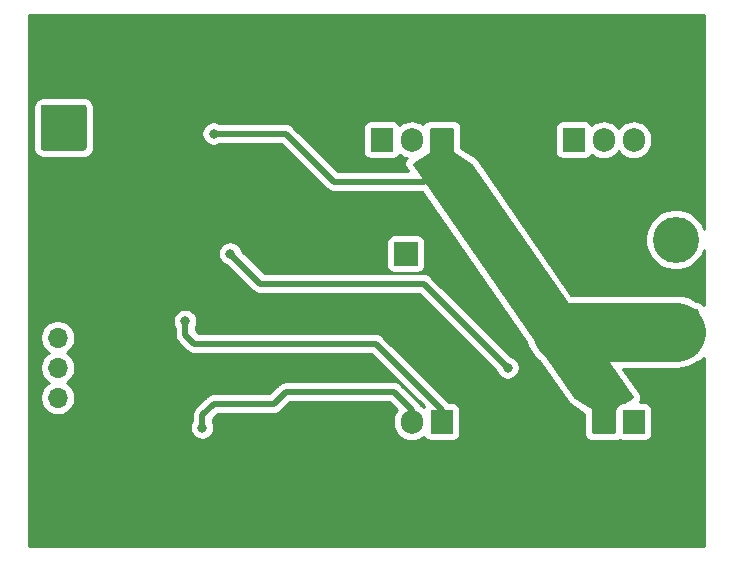
<source format=gbr>
%TF.GenerationSoftware,KiCad,Pcbnew,(5.1.7)-1*%
%TF.CreationDate,2020-11-11T23:56:32-08:00*%
%TF.ProjectId,H-Bridge,482d4272-6964-4676-952e-6b696361645f,rev?*%
%TF.SameCoordinates,PXac78580PY6fe96a0*%
%TF.FileFunction,Copper,L2,Bot*%
%TF.FilePolarity,Positive*%
%FSLAX46Y46*%
G04 Gerber Fmt 4.6, Leading zero omitted, Abs format (unit mm)*
G04 Created by KiCad (PCBNEW (5.1.7)-1) date 2020-11-11 23:56:32*
%MOMM*%
%LPD*%
G01*
G04 APERTURE LIST*
%TA.AperFunction,ComponentPad*%
%ADD10O,1.700000X1.700000*%
%TD*%
%TA.AperFunction,ComponentPad*%
%ADD11R,1.700000X1.700000*%
%TD*%
%TA.AperFunction,ComponentPad*%
%ADD12O,1.905000X2.000000*%
%TD*%
%TA.AperFunction,ComponentPad*%
%ADD13R,1.905000X2.000000*%
%TD*%
%TA.AperFunction,ComponentPad*%
%ADD14C,3.900000*%
%TD*%
%TA.AperFunction,ComponentPad*%
%ADD15C,2.000000*%
%TD*%
%TA.AperFunction,ComponentPad*%
%ADD16R,2.000000X2.000000*%
%TD*%
%TA.AperFunction,ViaPad*%
%ADD17C,0.800000*%
%TD*%
%TA.AperFunction,Conductor*%
%ADD18C,0.500000*%
%TD*%
%TA.AperFunction,Conductor*%
%ADD19C,5.000000*%
%TD*%
%TA.AperFunction,Conductor*%
%ADD20C,0.254000*%
%TD*%
%TA.AperFunction,Conductor*%
%ADD21C,0.100000*%
%TD*%
G04 APERTURE END LIST*
D10*
%TO.P,J1,4*%
%TO.N,+12V*%
X2540000Y12700000D03*
%TO.P,J1,3*%
%TO.N,SIG_A*%
X2540000Y15240000D03*
%TO.P,J1,2*%
%TO.N,SIG_B*%
X2540000Y17780000D03*
D11*
%TO.P,J1,1*%
%TO.N,GND*%
X2540000Y20320000D03*
%TD*%
D12*
%TO.P,Q4,3*%
%TO.N,GND*%
X29972000Y10668000D03*
%TO.P,Q4,2*%
%TO.N,OUT_B*%
X32512000Y10668000D03*
D13*
%TO.P,Q4,1*%
%TO.N,Net-(Q4-Pad1)*%
X35052000Y10668000D03*
%TD*%
D12*
%TO.P,Q3,3*%
%TO.N,OUT_B*%
X51308000Y34544000D03*
%TO.P,Q3,2*%
%TO.N,+12V*%
X48768000Y34544000D03*
D13*
%TO.P,Q3,1*%
%TO.N,Net-(Q3-Pad1)*%
X46228000Y34544000D03*
%TD*%
D12*
%TO.P,Q2,3*%
%TO.N,GND*%
X46228000Y10668000D03*
%TO.P,Q2,2*%
%TO.N,OUT_A*%
X48768000Y10668000D03*
D13*
%TO.P,Q2,1*%
%TO.N,Net-(Q2-Pad1)*%
X51308000Y10668000D03*
%TD*%
D12*
%TO.P,Q1,3*%
%TO.N,OUT_A*%
X35052000Y34544000D03*
%TO.P,Q1,2*%
%TO.N,+12V*%
X32512000Y34544000D03*
D13*
%TO.P,Q1,1*%
%TO.N,Net-(Q1-Pad1)*%
X29972000Y34544000D03*
%TD*%
D14*
%TO.P,J3,2*%
%TO.N,OUT_B*%
X54864000Y26088000D03*
%TO.P,J3,1*%
%TO.N,OUT_A*%
%TA.AperFunction,ComponentPad*%
G36*
G01*
X56563999Y16338000D02*
X53164001Y16338000D01*
G75*
G02*
X52914000Y16588001I0J250001D01*
G01*
X52914000Y19987999D01*
G75*
G02*
X53164001Y20238000I250001J0D01*
G01*
X56563999Y20238000D01*
G75*
G02*
X56814000Y19987999I0J-250001D01*
G01*
X56814000Y16588001D01*
G75*
G02*
X56563999Y16338000I-250001J0D01*
G01*
G37*
%TD.AperFunction*%
%TD*%
%TO.P,J2,2*%
%TO.N,GND*%
X3048000Y27760000D03*
%TO.P,J2,1*%
%TO.N,+12V*%
%TA.AperFunction,ComponentPad*%
G36*
G01*
X1348001Y37510000D02*
X4747999Y37510000D01*
G75*
G02*
X4998000Y37259999I0J-250001D01*
G01*
X4998000Y33860001D01*
G75*
G02*
X4747999Y33610000I-250001J0D01*
G01*
X1348001Y33610000D01*
G75*
G02*
X1098000Y33860001I0J250001D01*
G01*
X1098000Y37259999D01*
G75*
G02*
X1348001Y37510000I250001J0D01*
G01*
G37*
%TD.AperFunction*%
%TD*%
D15*
%TO.P,C1,2*%
%TO.N,GND*%
X32004000Y19892000D03*
D16*
%TO.P,C1,1*%
%TO.N,+12V*%
X32004000Y24892000D03*
%TD*%
D17*
%TO.N,GND*%
X9144000Y18161000D03*
X21336000Y27051000D03*
X15875000Y25400000D03*
X14605000Y19685000D03*
X9652000Y32004000D03*
%TO.N,OUT_A*%
X15748000Y35052000D03*
X49276000Y20320000D03*
%TO.N,OUT_B*%
X14781000Y10160000D03*
%TO.N,Net-(Q2-Pad1)*%
X17145000Y24892000D03*
X40640000Y15240000D03*
%TO.N,Net-(Q4-Pad1)*%
X13335000Y19177000D03*
%TD*%
D18*
%TO.N,OUT_A*%
X15748000Y35052000D02*
X21844000Y35052000D01*
X21844000Y35052000D02*
X25908000Y30988000D01*
X25908000Y30988000D02*
X33528000Y30988000D01*
X35052000Y32512000D02*
X35052000Y34544000D01*
X33528000Y30988000D02*
X35052000Y32512000D01*
D19*
X54864000Y18288000D02*
X47244000Y18288000D01*
X47244000Y18288000D02*
X45212000Y18288000D01*
D18*
%TO.N,OUT_B*%
X14781000Y10160000D02*
X14781000Y11225000D01*
X14781000Y11225000D02*
X15748000Y12192000D01*
X15748000Y12192000D02*
X20828000Y12192000D01*
X20828000Y12192000D02*
X21844000Y13208000D01*
X21844000Y13208000D02*
X30988000Y13208000D01*
X32512000Y11684000D02*
X32512000Y10668000D01*
X30988000Y13208000D02*
X32512000Y11684000D01*
%TO.N,Net-(Q2-Pad1)*%
X19685000Y22352000D02*
X17145000Y24892000D01*
X33528000Y22352000D02*
X19685000Y22352000D01*
X40640000Y15240000D02*
X33528000Y22352000D01*
%TO.N,Net-(Q4-Pad1)*%
X13335000Y18034000D02*
X13335000Y19177000D01*
X29464000Y17272000D02*
X14097000Y17272000D01*
X14097000Y17272000D02*
X13335000Y18034000D01*
X35052000Y11684000D02*
X29464000Y17272000D01*
X35052000Y10668000D02*
X35052000Y11684000D01*
%TD*%
D20*
%TO.N,OUT_A*%
X35941000Y33528000D02*
X35943440Y33503224D01*
X35950667Y33479399D01*
X35962403Y33457443D01*
X35978197Y33438197D01*
X35997553Y33422330D01*
X37501381Y32419778D01*
X51130013Y12733977D01*
X50488156Y12306072D01*
X50355500Y12306072D01*
X50231018Y12293812D01*
X50111320Y12257502D01*
X50001006Y12198537D01*
X49904315Y12119185D01*
X49824963Y12022494D01*
X49765998Y11912180D01*
X49732709Y11802441D01*
X49713553Y11789670D01*
X49694291Y11773896D01*
X49678477Y11754668D01*
X49666718Y11732724D01*
X49659466Y11708907D01*
X49657000Y11684000D01*
X49657000Y9779000D01*
X47879000Y9779000D01*
X47879000Y11684000D01*
X47876560Y11708776D01*
X47869333Y11732601D01*
X47857597Y11754557D01*
X47841803Y11773803D01*
X47822447Y11789670D01*
X46318619Y12792222D01*
X32689987Y32478023D01*
X34106447Y33422330D01*
X34125709Y33438104D01*
X34141523Y33457332D01*
X34153282Y33479276D01*
X34160534Y33503093D01*
X34163000Y33528000D01*
X34163000Y35433000D01*
X35941000Y35433000D01*
X35941000Y33528000D01*
%TA.AperFunction,Conductor*%
D21*
G36*
X35941000Y33528000D02*
G01*
X35943440Y33503224D01*
X35950667Y33479399D01*
X35962403Y33457443D01*
X35978197Y33438197D01*
X35997553Y33422330D01*
X37501381Y32419778D01*
X51130013Y12733977D01*
X50488156Y12306072D01*
X50355500Y12306072D01*
X50231018Y12293812D01*
X50111320Y12257502D01*
X50001006Y12198537D01*
X49904315Y12119185D01*
X49824963Y12022494D01*
X49765998Y11912180D01*
X49732709Y11802441D01*
X49713553Y11789670D01*
X49694291Y11773896D01*
X49678477Y11754668D01*
X49666718Y11732724D01*
X49659466Y11708907D01*
X49657000Y11684000D01*
X49657000Y9779000D01*
X47879000Y9779000D01*
X47879000Y11684000D01*
X47876560Y11708776D01*
X47869333Y11732601D01*
X47857597Y11754557D01*
X47841803Y11773803D01*
X47822447Y11789670D01*
X46318619Y12792222D01*
X32689987Y32478023D01*
X34106447Y33422330D01*
X34125709Y33438104D01*
X34141523Y33457332D01*
X34153282Y33479276D01*
X34160534Y33503093D01*
X34163000Y33528000D01*
X34163000Y35433000D01*
X35941000Y35433000D01*
X35941000Y33528000D01*
G37*
%TD.AperFunction*%
%TD*%
D20*
%TO.N,GND*%
X57277000Y27017434D02*
X57154798Y27312457D01*
X56871901Y27735842D01*
X56511842Y28095901D01*
X56088457Y28378798D01*
X55618017Y28573660D01*
X55118600Y28673000D01*
X54609400Y28673000D01*
X54109983Y28573660D01*
X53639543Y28378798D01*
X53216158Y28095901D01*
X52856099Y27735842D01*
X52573202Y27312457D01*
X52378340Y26842017D01*
X52279000Y26342600D01*
X52279000Y25833400D01*
X52378340Y25333983D01*
X52573202Y24863543D01*
X52856099Y24440158D01*
X53216158Y24080099D01*
X53639543Y23797202D01*
X54109983Y23602340D01*
X54609400Y23503000D01*
X55118600Y23503000D01*
X55618017Y23602340D01*
X56088457Y23797202D01*
X56511842Y24080099D01*
X56871901Y24440158D01*
X57154798Y24863543D01*
X57277000Y25158566D01*
X57277000Y20512342D01*
X57191961Y20615961D01*
X57057386Y20726405D01*
X56903850Y20808471D01*
X56737253Y20859008D01*
X56664176Y20866205D01*
X56614140Y20907269D01*
X56069517Y21198376D01*
X55478567Y21377638D01*
X55018002Y21423000D01*
X46041325Y21423000D01*
X38114092Y32873448D01*
X38040543Y32961482D01*
X37944235Y33040352D01*
X36703000Y33867842D01*
X36703000Y35544000D01*
X44637428Y35544000D01*
X44637428Y33544000D01*
X44649688Y33419518D01*
X44685998Y33299820D01*
X44744963Y33189506D01*
X44824315Y33092815D01*
X44921006Y33013463D01*
X45031320Y32954498D01*
X45151018Y32918188D01*
X45275500Y32905928D01*
X47180500Y32905928D01*
X47304982Y32918188D01*
X47424680Y32954498D01*
X47534994Y33013463D01*
X47631685Y33092815D01*
X47711037Y33189506D01*
X47755905Y33273447D01*
X47881766Y33170155D01*
X48157552Y33022745D01*
X48456797Y32931970D01*
X48768000Y32901319D01*
X49079204Y32931970D01*
X49378449Y33022745D01*
X49654235Y33170155D01*
X49895963Y33368537D01*
X50038000Y33541609D01*
X50180037Y33368537D01*
X50421766Y33170155D01*
X50697552Y33022745D01*
X50996797Y32931970D01*
X51308000Y32901319D01*
X51619204Y32931970D01*
X51918449Y33022745D01*
X52194235Y33170155D01*
X52435963Y33368537D01*
X52634345Y33610266D01*
X52781755Y33886052D01*
X52872530Y34185297D01*
X52895500Y34418515D01*
X52895500Y34669486D01*
X52872530Y34902704D01*
X52781755Y35201949D01*
X52634345Y35477735D01*
X52435963Y35719463D01*
X52194234Y35917845D01*
X51918448Y36065255D01*
X51619203Y36156030D01*
X51308000Y36186681D01*
X50996796Y36156030D01*
X50697551Y36065255D01*
X50421765Y35917845D01*
X50180037Y35719463D01*
X50038000Y35546391D01*
X49895963Y35719463D01*
X49654234Y35917845D01*
X49378448Y36065255D01*
X49079203Y36156030D01*
X48768000Y36186681D01*
X48456796Y36156030D01*
X48157551Y36065255D01*
X47881765Y35917845D01*
X47755905Y35814554D01*
X47711037Y35898494D01*
X47631685Y35995185D01*
X47534994Y36074537D01*
X47424680Y36133502D01*
X47304982Y36169812D01*
X47180500Y36182072D01*
X45275500Y36182072D01*
X45151018Y36169812D01*
X45031320Y36133502D01*
X44921006Y36074537D01*
X44824315Y35995185D01*
X44744963Y35898494D01*
X44685998Y35788180D01*
X44649688Y35668482D01*
X44637428Y35544000D01*
X36703000Y35544000D01*
X36703000Y35560000D01*
X36690799Y35683882D01*
X36654664Y35803004D01*
X36595983Y35912787D01*
X36517013Y36009013D01*
X36420787Y36087983D01*
X36311004Y36146664D01*
X36191882Y36182799D01*
X36068000Y36195000D01*
X34036000Y36195000D01*
X33912118Y36182799D01*
X33792996Y36146664D01*
X33683213Y36087983D01*
X33586987Y36009013D01*
X33508017Y35912787D01*
X33476422Y35853678D01*
X33398234Y35917845D01*
X33122448Y36065255D01*
X32823203Y36156030D01*
X32512000Y36186681D01*
X32200796Y36156030D01*
X31901551Y36065255D01*
X31625765Y35917845D01*
X31499905Y35814554D01*
X31455037Y35898494D01*
X31375685Y35995185D01*
X31278994Y36074537D01*
X31168680Y36133502D01*
X31048982Y36169812D01*
X30924500Y36182072D01*
X29019500Y36182072D01*
X28895018Y36169812D01*
X28775320Y36133502D01*
X28665006Y36074537D01*
X28568315Y35995185D01*
X28488963Y35898494D01*
X28429998Y35788180D01*
X28393688Y35668482D01*
X28381428Y35544000D01*
X28381428Y33544000D01*
X28393688Y33419518D01*
X28429998Y33299820D01*
X28488963Y33189506D01*
X28568315Y33092815D01*
X28665006Y33013463D01*
X28775320Y32954498D01*
X28895018Y32918188D01*
X29019500Y32905928D01*
X30924500Y32905928D01*
X31048982Y32918188D01*
X31168680Y32954498D01*
X31278994Y33013463D01*
X31375685Y33092815D01*
X31455037Y33189506D01*
X31499905Y33273447D01*
X31625766Y33170155D01*
X31901552Y33022745D01*
X32075393Y32970011D01*
X32055642Y32953545D01*
X31978269Y32856030D01*
X31921408Y32745294D01*
X31887243Y32625592D01*
X31877086Y32501525D01*
X31891330Y32377861D01*
X31929425Y32259352D01*
X31989908Y32150552D01*
X32182059Y31873000D01*
X26274579Y31873000D01*
X22500534Y35647044D01*
X22472817Y35680817D01*
X22338059Y35791411D01*
X22184313Y35873589D01*
X22017490Y35924195D01*
X21887477Y35937000D01*
X21887469Y35937000D01*
X21844000Y35941281D01*
X21800531Y35937000D01*
X16286454Y35937000D01*
X16238256Y35969205D01*
X16049898Y36047226D01*
X15849939Y36087000D01*
X15646061Y36087000D01*
X15446102Y36047226D01*
X15257744Y35969205D01*
X15088226Y35855937D01*
X14944063Y35711774D01*
X14830795Y35542256D01*
X14752774Y35353898D01*
X14713000Y35153939D01*
X14713000Y34950061D01*
X14752774Y34750102D01*
X14830795Y34561744D01*
X14944063Y34392226D01*
X15088226Y34248063D01*
X15257744Y34134795D01*
X15446102Y34056774D01*
X15646061Y34017000D01*
X15849939Y34017000D01*
X16049898Y34056774D01*
X16238256Y34134795D01*
X16286454Y34167000D01*
X21477422Y34167000D01*
X25251470Y30392951D01*
X25279183Y30359183D01*
X25312951Y30331470D01*
X25312953Y30331468D01*
X25413940Y30248590D01*
X25413941Y30248589D01*
X25567687Y30166411D01*
X25683903Y30131157D01*
X25734509Y30115805D01*
X25749306Y30114348D01*
X25864523Y30103000D01*
X25864531Y30103000D01*
X25908000Y30098719D01*
X25951469Y30103000D01*
X33407444Y30103000D01*
X42208019Y17391058D01*
X42301624Y17082483D01*
X42592731Y16537860D01*
X42984495Y16060495D01*
X43319536Y15785533D01*
X45705908Y12338552D01*
X45779457Y12250518D01*
X45875765Y12171648D01*
X47117000Y11344158D01*
X47117000Y9652000D01*
X47129201Y9528118D01*
X47165336Y9408996D01*
X47224017Y9299213D01*
X47302987Y9202987D01*
X47399213Y9124017D01*
X47508996Y9065336D01*
X47628118Y9029201D01*
X47752000Y9017000D01*
X49784000Y9017000D01*
X49907882Y9029201D01*
X50027004Y9065336D01*
X50081474Y9094451D01*
X50111320Y9078498D01*
X50231018Y9042188D01*
X50355500Y9029928D01*
X52260500Y9029928D01*
X52384982Y9042188D01*
X52504680Y9078498D01*
X52614994Y9137463D01*
X52711685Y9216815D01*
X52791037Y9313506D01*
X52850002Y9423820D01*
X52886312Y9543518D01*
X52898572Y9668000D01*
X52898572Y11668000D01*
X52886312Y11792482D01*
X52850002Y11912180D01*
X52791037Y12022494D01*
X52711685Y12119185D01*
X52614994Y12198537D01*
X52504680Y12257502D01*
X52384982Y12293812D01*
X52260500Y12306072D01*
X51802140Y12306072D01*
X51841731Y12355970D01*
X51898592Y12466706D01*
X51932757Y12586408D01*
X51942914Y12710475D01*
X51928670Y12834139D01*
X51890575Y12952648D01*
X51830092Y13061448D01*
X50382094Y15153000D01*
X55018002Y15153000D01*
X55478567Y15198362D01*
X56069517Y15377624D01*
X56614140Y15668731D01*
X56664176Y15709795D01*
X56737253Y15716992D01*
X56903850Y15767529D01*
X57057386Y15849595D01*
X57191961Y15960039D01*
X57277000Y16063658D01*
X57277000Y127000D01*
X127000Y127000D01*
X127000Y17926260D01*
X1055000Y17926260D01*
X1055000Y17633740D01*
X1112068Y17346842D01*
X1224010Y17076589D01*
X1386525Y16833368D01*
X1593368Y16626525D01*
X1767760Y16510000D01*
X1593368Y16393475D01*
X1386525Y16186632D01*
X1224010Y15943411D01*
X1112068Y15673158D01*
X1055000Y15386260D01*
X1055000Y15093740D01*
X1112068Y14806842D01*
X1224010Y14536589D01*
X1386525Y14293368D01*
X1593368Y14086525D01*
X1767760Y13970000D01*
X1593368Y13853475D01*
X1386525Y13646632D01*
X1224010Y13403411D01*
X1112068Y13133158D01*
X1055000Y12846260D01*
X1055000Y12553740D01*
X1112068Y12266842D01*
X1224010Y11996589D01*
X1386525Y11753368D01*
X1593368Y11546525D01*
X1836589Y11384010D01*
X2106842Y11272068D01*
X2393740Y11215000D01*
X2686260Y11215000D01*
X2973158Y11272068D01*
X3243411Y11384010D01*
X3486632Y11546525D01*
X3693475Y11753368D01*
X3855990Y11996589D01*
X3967932Y12266842D01*
X4025000Y12553740D01*
X4025000Y12846260D01*
X3967932Y13133158D01*
X3855990Y13403411D01*
X3693475Y13646632D01*
X3486632Y13853475D01*
X3312240Y13970000D01*
X3486632Y14086525D01*
X3693475Y14293368D01*
X3855990Y14536589D01*
X3967932Y14806842D01*
X4025000Y15093740D01*
X4025000Y15386260D01*
X3967932Y15673158D01*
X3855990Y15943411D01*
X3693475Y16186632D01*
X3486632Y16393475D01*
X3312240Y16510000D01*
X3486632Y16626525D01*
X3693475Y16833368D01*
X3855990Y17076589D01*
X3967932Y17346842D01*
X4025000Y17633740D01*
X4025000Y17926260D01*
X3967932Y18213158D01*
X3855990Y18483411D01*
X3693475Y18726632D01*
X3486632Y18933475D01*
X3243411Y19095990D01*
X2973158Y19207932D01*
X2686260Y19265000D01*
X2393740Y19265000D01*
X2106842Y19207932D01*
X1836589Y19095990D01*
X1593368Y18933475D01*
X1386525Y18726632D01*
X1224010Y18483411D01*
X1112068Y18213158D01*
X1055000Y17926260D01*
X127000Y17926260D01*
X127000Y19278939D01*
X12300000Y19278939D01*
X12300000Y19075061D01*
X12339774Y18875102D01*
X12417795Y18686744D01*
X12450001Y18638545D01*
X12450000Y18077470D01*
X12445719Y18034000D01*
X12450000Y17990531D01*
X12450000Y17990524D01*
X12462805Y17860511D01*
X12513411Y17693688D01*
X12595589Y17539942D01*
X12706183Y17405183D01*
X12739956Y17377466D01*
X13440470Y16676951D01*
X13468183Y16643183D01*
X13501951Y16615470D01*
X13501953Y16615468D01*
X13535422Y16588001D01*
X13602941Y16532589D01*
X13756687Y16450411D01*
X13923510Y16399805D01*
X14053523Y16387000D01*
X14053531Y16387000D01*
X14097000Y16382719D01*
X14140469Y16387000D01*
X29097422Y16387000D01*
X33531679Y11952742D01*
X33524095Y11938554D01*
X33398235Y12041845D01*
X33294614Y12097231D01*
X33251411Y12178059D01*
X33191945Y12250518D01*
X33168532Y12279047D01*
X33168530Y12279049D01*
X33140817Y12312817D01*
X33107050Y12340529D01*
X31644534Y13803044D01*
X31616817Y13836817D01*
X31482059Y13947411D01*
X31328313Y14029589D01*
X31161490Y14080195D01*
X31031477Y14093000D01*
X31031469Y14093000D01*
X30988000Y14097281D01*
X30944531Y14093000D01*
X21887469Y14093000D01*
X21844000Y14097281D01*
X21800531Y14093000D01*
X21800523Y14093000D01*
X21685306Y14081652D01*
X21670509Y14080195D01*
X21619903Y14064843D01*
X21503687Y14029589D01*
X21349941Y13947411D01*
X21349939Y13947410D01*
X21349940Y13947410D01*
X21248953Y13864532D01*
X21248951Y13864530D01*
X21215183Y13836817D01*
X21187470Y13803049D01*
X20461422Y13077000D01*
X15791469Y13077000D01*
X15748000Y13081281D01*
X15704531Y13077000D01*
X15704523Y13077000D01*
X15574510Y13064195D01*
X15407686Y13013589D01*
X15253941Y12931411D01*
X15152953Y12848532D01*
X15152951Y12848530D01*
X15119183Y12820817D01*
X15091470Y12787049D01*
X14185951Y11881529D01*
X14152184Y11853817D01*
X14124471Y11820049D01*
X14124468Y11820046D01*
X14041590Y11719059D01*
X13959412Y11565313D01*
X13908805Y11398490D01*
X13891719Y11225000D01*
X13896001Y11181522D01*
X13896001Y10698455D01*
X13863795Y10650256D01*
X13785774Y10461898D01*
X13746000Y10261939D01*
X13746000Y10058061D01*
X13785774Y9858102D01*
X13863795Y9669744D01*
X13977063Y9500226D01*
X14121226Y9356063D01*
X14290744Y9242795D01*
X14479102Y9164774D01*
X14679061Y9125000D01*
X14882939Y9125000D01*
X15082898Y9164774D01*
X15271256Y9242795D01*
X15440774Y9356063D01*
X15584937Y9500226D01*
X15698205Y9669744D01*
X15776226Y9858102D01*
X15816000Y10058061D01*
X15816000Y10261939D01*
X15776226Y10461898D01*
X15698205Y10650256D01*
X15666000Y10698454D01*
X15666000Y10858422D01*
X16114579Y11307000D01*
X20784531Y11307000D01*
X20828000Y11302719D01*
X20871469Y11307000D01*
X20871477Y11307000D01*
X21001490Y11319805D01*
X21168313Y11370411D01*
X21322059Y11452589D01*
X21456817Y11563183D01*
X21484534Y11596956D01*
X22210579Y12323000D01*
X30621422Y12323000D01*
X31256438Y11687984D01*
X31185655Y11601735D01*
X31038245Y11325949D01*
X30947470Y11026704D01*
X30924500Y10793486D01*
X30924500Y10542515D01*
X30947470Y10309297D01*
X31038245Y10010052D01*
X31185655Y9734266D01*
X31384037Y9492537D01*
X31625765Y9294155D01*
X31901551Y9146745D01*
X32200796Y9055970D01*
X32512000Y9025319D01*
X32823203Y9055970D01*
X33122448Y9146745D01*
X33398234Y9294155D01*
X33524095Y9397447D01*
X33568963Y9313506D01*
X33648315Y9216815D01*
X33745006Y9137463D01*
X33855320Y9078498D01*
X33975018Y9042188D01*
X34099500Y9029928D01*
X36004500Y9029928D01*
X36128982Y9042188D01*
X36248680Y9078498D01*
X36358994Y9137463D01*
X36455685Y9216815D01*
X36535037Y9313506D01*
X36594002Y9423820D01*
X36630312Y9543518D01*
X36642572Y9668000D01*
X36642572Y11668000D01*
X36630312Y11792482D01*
X36594002Y11912180D01*
X36535037Y12022494D01*
X36455685Y12119185D01*
X36358994Y12198537D01*
X36248680Y12257502D01*
X36128982Y12293812D01*
X36004500Y12306072D01*
X35686353Y12306072D01*
X35680817Y12312817D01*
X35647049Y12340530D01*
X30120534Y17867044D01*
X30092817Y17900817D01*
X29958059Y18011411D01*
X29804313Y18093589D01*
X29637490Y18144195D01*
X29507477Y18157000D01*
X29507469Y18157000D01*
X29464000Y18161281D01*
X29420531Y18157000D01*
X14463579Y18157000D01*
X14220000Y18400578D01*
X14220000Y18638546D01*
X14252205Y18686744D01*
X14330226Y18875102D01*
X14370000Y19075061D01*
X14370000Y19278939D01*
X14330226Y19478898D01*
X14252205Y19667256D01*
X14138937Y19836774D01*
X13994774Y19980937D01*
X13825256Y20094205D01*
X13636898Y20172226D01*
X13436939Y20212000D01*
X13233061Y20212000D01*
X13033102Y20172226D01*
X12844744Y20094205D01*
X12675226Y19980937D01*
X12531063Y19836774D01*
X12417795Y19667256D01*
X12339774Y19478898D01*
X12300000Y19278939D01*
X127000Y19278939D01*
X127000Y24993939D01*
X16110000Y24993939D01*
X16110000Y24790061D01*
X16149774Y24590102D01*
X16227795Y24401744D01*
X16341063Y24232226D01*
X16485226Y24088063D01*
X16654744Y23974795D01*
X16843102Y23896774D01*
X16899957Y23885465D01*
X19028470Y21756951D01*
X19056183Y21723183D01*
X19089951Y21695470D01*
X19089953Y21695468D01*
X19161452Y21636790D01*
X19190941Y21612589D01*
X19344687Y21530411D01*
X19511510Y21479805D01*
X19641523Y21467000D01*
X19641533Y21467000D01*
X19684999Y21462719D01*
X19728465Y21467000D01*
X33161422Y21467000D01*
X39633465Y14994956D01*
X39644774Y14938102D01*
X39722795Y14749744D01*
X39836063Y14580226D01*
X39980226Y14436063D01*
X40149744Y14322795D01*
X40338102Y14244774D01*
X40538061Y14205000D01*
X40741939Y14205000D01*
X40941898Y14244774D01*
X41130256Y14322795D01*
X41299774Y14436063D01*
X41443937Y14580226D01*
X41557205Y14749744D01*
X41635226Y14938102D01*
X41675000Y15138061D01*
X41675000Y15341939D01*
X41635226Y15541898D01*
X41557205Y15730256D01*
X41443937Y15899774D01*
X41299774Y16043937D01*
X41130256Y16157205D01*
X40941898Y16235226D01*
X40885044Y16246535D01*
X34184534Y22947044D01*
X34156817Y22980817D01*
X34022059Y23091411D01*
X33868313Y23173589D01*
X33701490Y23224195D01*
X33571477Y23237000D01*
X33571469Y23237000D01*
X33528000Y23241281D01*
X33484531Y23237000D01*
X20051579Y23237000D01*
X18151535Y25137043D01*
X18140226Y25193898D01*
X18062205Y25382256D01*
X17948937Y25551774D01*
X17804774Y25695937D01*
X17635256Y25809205D01*
X17446898Y25887226D01*
X17422898Y25892000D01*
X30365928Y25892000D01*
X30365928Y23892000D01*
X30378188Y23767518D01*
X30414498Y23647820D01*
X30473463Y23537506D01*
X30552815Y23440815D01*
X30649506Y23361463D01*
X30759820Y23302498D01*
X30879518Y23266188D01*
X31004000Y23253928D01*
X33004000Y23253928D01*
X33128482Y23266188D01*
X33248180Y23302498D01*
X33358494Y23361463D01*
X33455185Y23440815D01*
X33534537Y23537506D01*
X33593502Y23647820D01*
X33629812Y23767518D01*
X33642072Y23892000D01*
X33642072Y25892000D01*
X33629812Y26016482D01*
X33593502Y26136180D01*
X33534537Y26246494D01*
X33455185Y26343185D01*
X33358494Y26422537D01*
X33248180Y26481502D01*
X33128482Y26517812D01*
X33004000Y26530072D01*
X31004000Y26530072D01*
X30879518Y26517812D01*
X30759820Y26481502D01*
X30649506Y26422537D01*
X30552815Y26343185D01*
X30473463Y26246494D01*
X30414498Y26136180D01*
X30378188Y26016482D01*
X30365928Y25892000D01*
X17422898Y25892000D01*
X17246939Y25927000D01*
X17043061Y25927000D01*
X16843102Y25887226D01*
X16654744Y25809205D01*
X16485226Y25695937D01*
X16341063Y25551774D01*
X16227795Y25382256D01*
X16149774Y25193898D01*
X16110000Y24993939D01*
X127000Y24993939D01*
X127000Y37259999D01*
X459928Y37259999D01*
X459928Y33860001D01*
X476992Y33686747D01*
X527529Y33520150D01*
X609595Y33366614D01*
X720039Y33232039D01*
X854614Y33121595D01*
X1008150Y33039529D01*
X1174747Y32988992D01*
X1348001Y32971928D01*
X4747999Y32971928D01*
X4921253Y32988992D01*
X5087850Y33039529D01*
X5241386Y33121595D01*
X5375961Y33232039D01*
X5486405Y33366614D01*
X5568471Y33520150D01*
X5619008Y33686747D01*
X5636072Y33860001D01*
X5636072Y37259999D01*
X5619008Y37433253D01*
X5568471Y37599850D01*
X5486405Y37753386D01*
X5375961Y37887961D01*
X5241386Y37998405D01*
X5087850Y38080471D01*
X4921253Y38131008D01*
X4747999Y38148072D01*
X1348001Y38148072D01*
X1174747Y38131008D01*
X1008150Y38080471D01*
X854614Y37998405D01*
X720039Y37887961D01*
X609595Y37753386D01*
X527529Y37599850D01*
X476992Y37433253D01*
X459928Y37259999D01*
X127000Y37259999D01*
X127000Y45085000D01*
X57277000Y45085000D01*
X57277000Y27017434D01*
%TA.AperFunction,Conductor*%
D21*
G36*
X57277000Y27017434D02*
G01*
X57154798Y27312457D01*
X56871901Y27735842D01*
X56511842Y28095901D01*
X56088457Y28378798D01*
X55618017Y28573660D01*
X55118600Y28673000D01*
X54609400Y28673000D01*
X54109983Y28573660D01*
X53639543Y28378798D01*
X53216158Y28095901D01*
X52856099Y27735842D01*
X52573202Y27312457D01*
X52378340Y26842017D01*
X52279000Y26342600D01*
X52279000Y25833400D01*
X52378340Y25333983D01*
X52573202Y24863543D01*
X52856099Y24440158D01*
X53216158Y24080099D01*
X53639543Y23797202D01*
X54109983Y23602340D01*
X54609400Y23503000D01*
X55118600Y23503000D01*
X55618017Y23602340D01*
X56088457Y23797202D01*
X56511842Y24080099D01*
X56871901Y24440158D01*
X57154798Y24863543D01*
X57277000Y25158566D01*
X57277000Y20512342D01*
X57191961Y20615961D01*
X57057386Y20726405D01*
X56903850Y20808471D01*
X56737253Y20859008D01*
X56664176Y20866205D01*
X56614140Y20907269D01*
X56069517Y21198376D01*
X55478567Y21377638D01*
X55018002Y21423000D01*
X46041325Y21423000D01*
X38114092Y32873448D01*
X38040543Y32961482D01*
X37944235Y33040352D01*
X36703000Y33867842D01*
X36703000Y35544000D01*
X44637428Y35544000D01*
X44637428Y33544000D01*
X44649688Y33419518D01*
X44685998Y33299820D01*
X44744963Y33189506D01*
X44824315Y33092815D01*
X44921006Y33013463D01*
X45031320Y32954498D01*
X45151018Y32918188D01*
X45275500Y32905928D01*
X47180500Y32905928D01*
X47304982Y32918188D01*
X47424680Y32954498D01*
X47534994Y33013463D01*
X47631685Y33092815D01*
X47711037Y33189506D01*
X47755905Y33273447D01*
X47881766Y33170155D01*
X48157552Y33022745D01*
X48456797Y32931970D01*
X48768000Y32901319D01*
X49079204Y32931970D01*
X49378449Y33022745D01*
X49654235Y33170155D01*
X49895963Y33368537D01*
X50038000Y33541609D01*
X50180037Y33368537D01*
X50421766Y33170155D01*
X50697552Y33022745D01*
X50996797Y32931970D01*
X51308000Y32901319D01*
X51619204Y32931970D01*
X51918449Y33022745D01*
X52194235Y33170155D01*
X52435963Y33368537D01*
X52634345Y33610266D01*
X52781755Y33886052D01*
X52872530Y34185297D01*
X52895500Y34418515D01*
X52895500Y34669486D01*
X52872530Y34902704D01*
X52781755Y35201949D01*
X52634345Y35477735D01*
X52435963Y35719463D01*
X52194234Y35917845D01*
X51918448Y36065255D01*
X51619203Y36156030D01*
X51308000Y36186681D01*
X50996796Y36156030D01*
X50697551Y36065255D01*
X50421765Y35917845D01*
X50180037Y35719463D01*
X50038000Y35546391D01*
X49895963Y35719463D01*
X49654234Y35917845D01*
X49378448Y36065255D01*
X49079203Y36156030D01*
X48768000Y36186681D01*
X48456796Y36156030D01*
X48157551Y36065255D01*
X47881765Y35917845D01*
X47755905Y35814554D01*
X47711037Y35898494D01*
X47631685Y35995185D01*
X47534994Y36074537D01*
X47424680Y36133502D01*
X47304982Y36169812D01*
X47180500Y36182072D01*
X45275500Y36182072D01*
X45151018Y36169812D01*
X45031320Y36133502D01*
X44921006Y36074537D01*
X44824315Y35995185D01*
X44744963Y35898494D01*
X44685998Y35788180D01*
X44649688Y35668482D01*
X44637428Y35544000D01*
X36703000Y35544000D01*
X36703000Y35560000D01*
X36690799Y35683882D01*
X36654664Y35803004D01*
X36595983Y35912787D01*
X36517013Y36009013D01*
X36420787Y36087983D01*
X36311004Y36146664D01*
X36191882Y36182799D01*
X36068000Y36195000D01*
X34036000Y36195000D01*
X33912118Y36182799D01*
X33792996Y36146664D01*
X33683213Y36087983D01*
X33586987Y36009013D01*
X33508017Y35912787D01*
X33476422Y35853678D01*
X33398234Y35917845D01*
X33122448Y36065255D01*
X32823203Y36156030D01*
X32512000Y36186681D01*
X32200796Y36156030D01*
X31901551Y36065255D01*
X31625765Y35917845D01*
X31499905Y35814554D01*
X31455037Y35898494D01*
X31375685Y35995185D01*
X31278994Y36074537D01*
X31168680Y36133502D01*
X31048982Y36169812D01*
X30924500Y36182072D01*
X29019500Y36182072D01*
X28895018Y36169812D01*
X28775320Y36133502D01*
X28665006Y36074537D01*
X28568315Y35995185D01*
X28488963Y35898494D01*
X28429998Y35788180D01*
X28393688Y35668482D01*
X28381428Y35544000D01*
X28381428Y33544000D01*
X28393688Y33419518D01*
X28429998Y33299820D01*
X28488963Y33189506D01*
X28568315Y33092815D01*
X28665006Y33013463D01*
X28775320Y32954498D01*
X28895018Y32918188D01*
X29019500Y32905928D01*
X30924500Y32905928D01*
X31048982Y32918188D01*
X31168680Y32954498D01*
X31278994Y33013463D01*
X31375685Y33092815D01*
X31455037Y33189506D01*
X31499905Y33273447D01*
X31625766Y33170155D01*
X31901552Y33022745D01*
X32075393Y32970011D01*
X32055642Y32953545D01*
X31978269Y32856030D01*
X31921408Y32745294D01*
X31887243Y32625592D01*
X31877086Y32501525D01*
X31891330Y32377861D01*
X31929425Y32259352D01*
X31989908Y32150552D01*
X32182059Y31873000D01*
X26274579Y31873000D01*
X22500534Y35647044D01*
X22472817Y35680817D01*
X22338059Y35791411D01*
X22184313Y35873589D01*
X22017490Y35924195D01*
X21887477Y35937000D01*
X21887469Y35937000D01*
X21844000Y35941281D01*
X21800531Y35937000D01*
X16286454Y35937000D01*
X16238256Y35969205D01*
X16049898Y36047226D01*
X15849939Y36087000D01*
X15646061Y36087000D01*
X15446102Y36047226D01*
X15257744Y35969205D01*
X15088226Y35855937D01*
X14944063Y35711774D01*
X14830795Y35542256D01*
X14752774Y35353898D01*
X14713000Y35153939D01*
X14713000Y34950061D01*
X14752774Y34750102D01*
X14830795Y34561744D01*
X14944063Y34392226D01*
X15088226Y34248063D01*
X15257744Y34134795D01*
X15446102Y34056774D01*
X15646061Y34017000D01*
X15849939Y34017000D01*
X16049898Y34056774D01*
X16238256Y34134795D01*
X16286454Y34167000D01*
X21477422Y34167000D01*
X25251470Y30392951D01*
X25279183Y30359183D01*
X25312951Y30331470D01*
X25312953Y30331468D01*
X25413940Y30248590D01*
X25413941Y30248589D01*
X25567687Y30166411D01*
X25683903Y30131157D01*
X25734509Y30115805D01*
X25749306Y30114348D01*
X25864523Y30103000D01*
X25864531Y30103000D01*
X25908000Y30098719D01*
X25951469Y30103000D01*
X33407444Y30103000D01*
X42208019Y17391058D01*
X42301624Y17082483D01*
X42592731Y16537860D01*
X42984495Y16060495D01*
X43319536Y15785533D01*
X45705908Y12338552D01*
X45779457Y12250518D01*
X45875765Y12171648D01*
X47117000Y11344158D01*
X47117000Y9652000D01*
X47129201Y9528118D01*
X47165336Y9408996D01*
X47224017Y9299213D01*
X47302987Y9202987D01*
X47399213Y9124017D01*
X47508996Y9065336D01*
X47628118Y9029201D01*
X47752000Y9017000D01*
X49784000Y9017000D01*
X49907882Y9029201D01*
X50027004Y9065336D01*
X50081474Y9094451D01*
X50111320Y9078498D01*
X50231018Y9042188D01*
X50355500Y9029928D01*
X52260500Y9029928D01*
X52384982Y9042188D01*
X52504680Y9078498D01*
X52614994Y9137463D01*
X52711685Y9216815D01*
X52791037Y9313506D01*
X52850002Y9423820D01*
X52886312Y9543518D01*
X52898572Y9668000D01*
X52898572Y11668000D01*
X52886312Y11792482D01*
X52850002Y11912180D01*
X52791037Y12022494D01*
X52711685Y12119185D01*
X52614994Y12198537D01*
X52504680Y12257502D01*
X52384982Y12293812D01*
X52260500Y12306072D01*
X51802140Y12306072D01*
X51841731Y12355970D01*
X51898592Y12466706D01*
X51932757Y12586408D01*
X51942914Y12710475D01*
X51928670Y12834139D01*
X51890575Y12952648D01*
X51830092Y13061448D01*
X50382094Y15153000D01*
X55018002Y15153000D01*
X55478567Y15198362D01*
X56069517Y15377624D01*
X56614140Y15668731D01*
X56664176Y15709795D01*
X56737253Y15716992D01*
X56903850Y15767529D01*
X57057386Y15849595D01*
X57191961Y15960039D01*
X57277000Y16063658D01*
X57277000Y127000D01*
X127000Y127000D01*
X127000Y17926260D01*
X1055000Y17926260D01*
X1055000Y17633740D01*
X1112068Y17346842D01*
X1224010Y17076589D01*
X1386525Y16833368D01*
X1593368Y16626525D01*
X1767760Y16510000D01*
X1593368Y16393475D01*
X1386525Y16186632D01*
X1224010Y15943411D01*
X1112068Y15673158D01*
X1055000Y15386260D01*
X1055000Y15093740D01*
X1112068Y14806842D01*
X1224010Y14536589D01*
X1386525Y14293368D01*
X1593368Y14086525D01*
X1767760Y13970000D01*
X1593368Y13853475D01*
X1386525Y13646632D01*
X1224010Y13403411D01*
X1112068Y13133158D01*
X1055000Y12846260D01*
X1055000Y12553740D01*
X1112068Y12266842D01*
X1224010Y11996589D01*
X1386525Y11753368D01*
X1593368Y11546525D01*
X1836589Y11384010D01*
X2106842Y11272068D01*
X2393740Y11215000D01*
X2686260Y11215000D01*
X2973158Y11272068D01*
X3243411Y11384010D01*
X3486632Y11546525D01*
X3693475Y11753368D01*
X3855990Y11996589D01*
X3967932Y12266842D01*
X4025000Y12553740D01*
X4025000Y12846260D01*
X3967932Y13133158D01*
X3855990Y13403411D01*
X3693475Y13646632D01*
X3486632Y13853475D01*
X3312240Y13970000D01*
X3486632Y14086525D01*
X3693475Y14293368D01*
X3855990Y14536589D01*
X3967932Y14806842D01*
X4025000Y15093740D01*
X4025000Y15386260D01*
X3967932Y15673158D01*
X3855990Y15943411D01*
X3693475Y16186632D01*
X3486632Y16393475D01*
X3312240Y16510000D01*
X3486632Y16626525D01*
X3693475Y16833368D01*
X3855990Y17076589D01*
X3967932Y17346842D01*
X4025000Y17633740D01*
X4025000Y17926260D01*
X3967932Y18213158D01*
X3855990Y18483411D01*
X3693475Y18726632D01*
X3486632Y18933475D01*
X3243411Y19095990D01*
X2973158Y19207932D01*
X2686260Y19265000D01*
X2393740Y19265000D01*
X2106842Y19207932D01*
X1836589Y19095990D01*
X1593368Y18933475D01*
X1386525Y18726632D01*
X1224010Y18483411D01*
X1112068Y18213158D01*
X1055000Y17926260D01*
X127000Y17926260D01*
X127000Y19278939D01*
X12300000Y19278939D01*
X12300000Y19075061D01*
X12339774Y18875102D01*
X12417795Y18686744D01*
X12450001Y18638545D01*
X12450000Y18077470D01*
X12445719Y18034000D01*
X12450000Y17990531D01*
X12450000Y17990524D01*
X12462805Y17860511D01*
X12513411Y17693688D01*
X12595589Y17539942D01*
X12706183Y17405183D01*
X12739956Y17377466D01*
X13440470Y16676951D01*
X13468183Y16643183D01*
X13501951Y16615470D01*
X13501953Y16615468D01*
X13535422Y16588001D01*
X13602941Y16532589D01*
X13756687Y16450411D01*
X13923510Y16399805D01*
X14053523Y16387000D01*
X14053531Y16387000D01*
X14097000Y16382719D01*
X14140469Y16387000D01*
X29097422Y16387000D01*
X33531679Y11952742D01*
X33524095Y11938554D01*
X33398235Y12041845D01*
X33294614Y12097231D01*
X33251411Y12178059D01*
X33191945Y12250518D01*
X33168532Y12279047D01*
X33168530Y12279049D01*
X33140817Y12312817D01*
X33107050Y12340529D01*
X31644534Y13803044D01*
X31616817Y13836817D01*
X31482059Y13947411D01*
X31328313Y14029589D01*
X31161490Y14080195D01*
X31031477Y14093000D01*
X31031469Y14093000D01*
X30988000Y14097281D01*
X30944531Y14093000D01*
X21887469Y14093000D01*
X21844000Y14097281D01*
X21800531Y14093000D01*
X21800523Y14093000D01*
X21685306Y14081652D01*
X21670509Y14080195D01*
X21619903Y14064843D01*
X21503687Y14029589D01*
X21349941Y13947411D01*
X21349939Y13947410D01*
X21349940Y13947410D01*
X21248953Y13864532D01*
X21248951Y13864530D01*
X21215183Y13836817D01*
X21187470Y13803049D01*
X20461422Y13077000D01*
X15791469Y13077000D01*
X15748000Y13081281D01*
X15704531Y13077000D01*
X15704523Y13077000D01*
X15574510Y13064195D01*
X15407686Y13013589D01*
X15253941Y12931411D01*
X15152953Y12848532D01*
X15152951Y12848530D01*
X15119183Y12820817D01*
X15091470Y12787049D01*
X14185951Y11881529D01*
X14152184Y11853817D01*
X14124471Y11820049D01*
X14124468Y11820046D01*
X14041590Y11719059D01*
X13959412Y11565313D01*
X13908805Y11398490D01*
X13891719Y11225000D01*
X13896001Y11181522D01*
X13896001Y10698455D01*
X13863795Y10650256D01*
X13785774Y10461898D01*
X13746000Y10261939D01*
X13746000Y10058061D01*
X13785774Y9858102D01*
X13863795Y9669744D01*
X13977063Y9500226D01*
X14121226Y9356063D01*
X14290744Y9242795D01*
X14479102Y9164774D01*
X14679061Y9125000D01*
X14882939Y9125000D01*
X15082898Y9164774D01*
X15271256Y9242795D01*
X15440774Y9356063D01*
X15584937Y9500226D01*
X15698205Y9669744D01*
X15776226Y9858102D01*
X15816000Y10058061D01*
X15816000Y10261939D01*
X15776226Y10461898D01*
X15698205Y10650256D01*
X15666000Y10698454D01*
X15666000Y10858422D01*
X16114579Y11307000D01*
X20784531Y11307000D01*
X20828000Y11302719D01*
X20871469Y11307000D01*
X20871477Y11307000D01*
X21001490Y11319805D01*
X21168313Y11370411D01*
X21322059Y11452589D01*
X21456817Y11563183D01*
X21484534Y11596956D01*
X22210579Y12323000D01*
X30621422Y12323000D01*
X31256438Y11687984D01*
X31185655Y11601735D01*
X31038245Y11325949D01*
X30947470Y11026704D01*
X30924500Y10793486D01*
X30924500Y10542515D01*
X30947470Y10309297D01*
X31038245Y10010052D01*
X31185655Y9734266D01*
X31384037Y9492537D01*
X31625765Y9294155D01*
X31901551Y9146745D01*
X32200796Y9055970D01*
X32512000Y9025319D01*
X32823203Y9055970D01*
X33122448Y9146745D01*
X33398234Y9294155D01*
X33524095Y9397447D01*
X33568963Y9313506D01*
X33648315Y9216815D01*
X33745006Y9137463D01*
X33855320Y9078498D01*
X33975018Y9042188D01*
X34099500Y9029928D01*
X36004500Y9029928D01*
X36128982Y9042188D01*
X36248680Y9078498D01*
X36358994Y9137463D01*
X36455685Y9216815D01*
X36535037Y9313506D01*
X36594002Y9423820D01*
X36630312Y9543518D01*
X36642572Y9668000D01*
X36642572Y11668000D01*
X36630312Y11792482D01*
X36594002Y11912180D01*
X36535037Y12022494D01*
X36455685Y12119185D01*
X36358994Y12198537D01*
X36248680Y12257502D01*
X36128982Y12293812D01*
X36004500Y12306072D01*
X35686353Y12306072D01*
X35680817Y12312817D01*
X35647049Y12340530D01*
X30120534Y17867044D01*
X30092817Y17900817D01*
X29958059Y18011411D01*
X29804313Y18093589D01*
X29637490Y18144195D01*
X29507477Y18157000D01*
X29507469Y18157000D01*
X29464000Y18161281D01*
X29420531Y18157000D01*
X14463579Y18157000D01*
X14220000Y18400578D01*
X14220000Y18638546D01*
X14252205Y18686744D01*
X14330226Y18875102D01*
X14370000Y19075061D01*
X14370000Y19278939D01*
X14330226Y19478898D01*
X14252205Y19667256D01*
X14138937Y19836774D01*
X13994774Y19980937D01*
X13825256Y20094205D01*
X13636898Y20172226D01*
X13436939Y20212000D01*
X13233061Y20212000D01*
X13033102Y20172226D01*
X12844744Y20094205D01*
X12675226Y19980937D01*
X12531063Y19836774D01*
X12417795Y19667256D01*
X12339774Y19478898D01*
X12300000Y19278939D01*
X127000Y19278939D01*
X127000Y24993939D01*
X16110000Y24993939D01*
X16110000Y24790061D01*
X16149774Y24590102D01*
X16227795Y24401744D01*
X16341063Y24232226D01*
X16485226Y24088063D01*
X16654744Y23974795D01*
X16843102Y23896774D01*
X16899957Y23885465D01*
X19028470Y21756951D01*
X19056183Y21723183D01*
X19089951Y21695470D01*
X19089953Y21695468D01*
X19161452Y21636790D01*
X19190941Y21612589D01*
X19344687Y21530411D01*
X19511510Y21479805D01*
X19641523Y21467000D01*
X19641533Y21467000D01*
X19684999Y21462719D01*
X19728465Y21467000D01*
X33161422Y21467000D01*
X39633465Y14994956D01*
X39644774Y14938102D01*
X39722795Y14749744D01*
X39836063Y14580226D01*
X39980226Y14436063D01*
X40149744Y14322795D01*
X40338102Y14244774D01*
X40538061Y14205000D01*
X40741939Y14205000D01*
X40941898Y14244774D01*
X41130256Y14322795D01*
X41299774Y14436063D01*
X41443937Y14580226D01*
X41557205Y14749744D01*
X41635226Y14938102D01*
X41675000Y15138061D01*
X41675000Y15341939D01*
X41635226Y15541898D01*
X41557205Y15730256D01*
X41443937Y15899774D01*
X41299774Y16043937D01*
X41130256Y16157205D01*
X40941898Y16235226D01*
X40885044Y16246535D01*
X34184534Y22947044D01*
X34156817Y22980817D01*
X34022059Y23091411D01*
X33868313Y23173589D01*
X33701490Y23224195D01*
X33571477Y23237000D01*
X33571469Y23237000D01*
X33528000Y23241281D01*
X33484531Y23237000D01*
X20051579Y23237000D01*
X18151535Y25137043D01*
X18140226Y25193898D01*
X18062205Y25382256D01*
X17948937Y25551774D01*
X17804774Y25695937D01*
X17635256Y25809205D01*
X17446898Y25887226D01*
X17422898Y25892000D01*
X30365928Y25892000D01*
X30365928Y23892000D01*
X30378188Y23767518D01*
X30414498Y23647820D01*
X30473463Y23537506D01*
X30552815Y23440815D01*
X30649506Y23361463D01*
X30759820Y23302498D01*
X30879518Y23266188D01*
X31004000Y23253928D01*
X33004000Y23253928D01*
X33128482Y23266188D01*
X33248180Y23302498D01*
X33358494Y23361463D01*
X33455185Y23440815D01*
X33534537Y23537506D01*
X33593502Y23647820D01*
X33629812Y23767518D01*
X33642072Y23892000D01*
X33642072Y25892000D01*
X33629812Y26016482D01*
X33593502Y26136180D01*
X33534537Y26246494D01*
X33455185Y26343185D01*
X33358494Y26422537D01*
X33248180Y26481502D01*
X33128482Y26517812D01*
X33004000Y26530072D01*
X31004000Y26530072D01*
X30879518Y26517812D01*
X30759820Y26481502D01*
X30649506Y26422537D01*
X30552815Y26343185D01*
X30473463Y26246494D01*
X30414498Y26136180D01*
X30378188Y26016482D01*
X30365928Y25892000D01*
X17422898Y25892000D01*
X17246939Y25927000D01*
X17043061Y25927000D01*
X16843102Y25887226D01*
X16654744Y25809205D01*
X16485226Y25695937D01*
X16341063Y25551774D01*
X16227795Y25382256D01*
X16149774Y25193898D01*
X16110000Y24993939D01*
X127000Y24993939D01*
X127000Y37259999D01*
X459928Y37259999D01*
X459928Y33860001D01*
X476992Y33686747D01*
X527529Y33520150D01*
X609595Y33366614D01*
X720039Y33232039D01*
X854614Y33121595D01*
X1008150Y33039529D01*
X1174747Y32988992D01*
X1348001Y32971928D01*
X4747999Y32971928D01*
X4921253Y32988992D01*
X5087850Y33039529D01*
X5241386Y33121595D01*
X5375961Y33232039D01*
X5486405Y33366614D01*
X5568471Y33520150D01*
X5619008Y33686747D01*
X5636072Y33860001D01*
X5636072Y37259999D01*
X5619008Y37433253D01*
X5568471Y37599850D01*
X5486405Y37753386D01*
X5375961Y37887961D01*
X5241386Y37998405D01*
X5087850Y38080471D01*
X4921253Y38131008D01*
X4747999Y38148072D01*
X1348001Y38148072D01*
X1174747Y38131008D01*
X1008150Y38080471D01*
X854614Y37998405D01*
X720039Y37887961D01*
X609595Y37753386D01*
X527529Y37599850D01*
X476992Y37433253D01*
X459928Y37259999D01*
X127000Y37259999D01*
X127000Y45085000D01*
X57277000Y45085000D01*
X57277000Y27017434D01*
G37*
%TD.AperFunction*%
%TD*%
M02*

</source>
